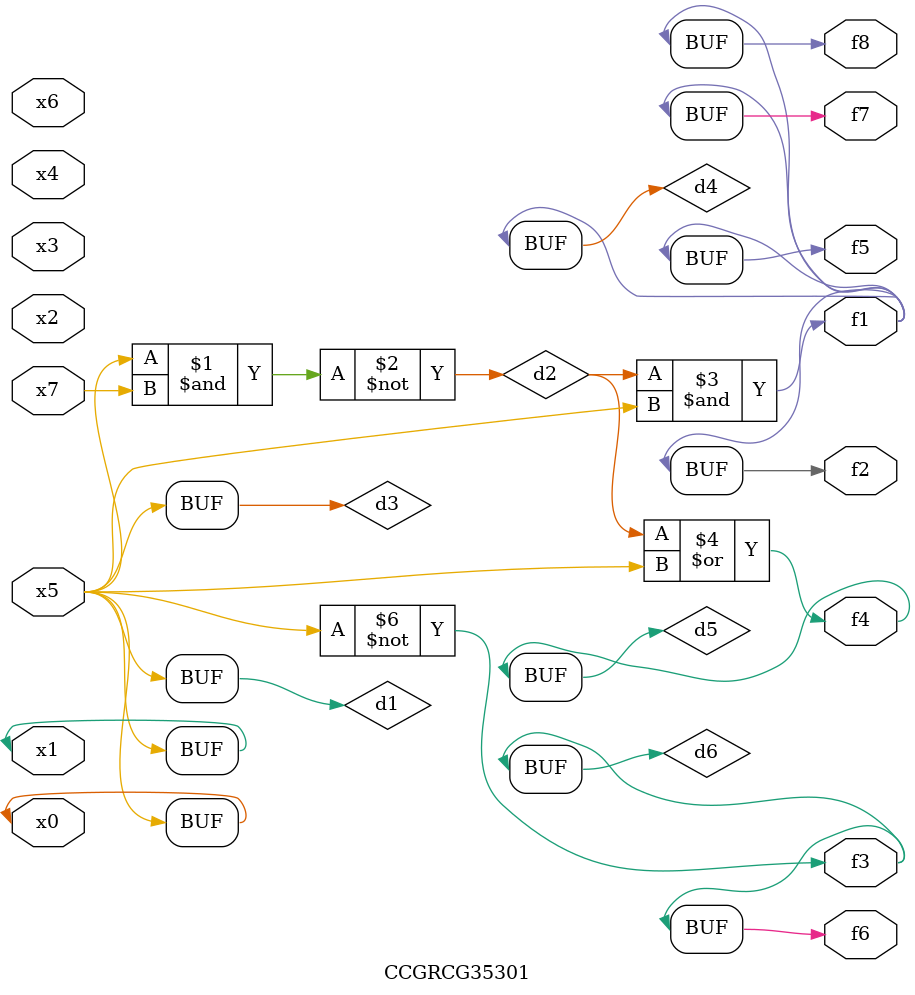
<source format=v>
module CCGRCG35301(
	input x0, x1, x2, x3, x4, x5, x6, x7,
	output f1, f2, f3, f4, f5, f6, f7, f8
);

	wire d1, d2, d3, d4, d5, d6;

	buf (d1, x0, x5);
	nand (d2, x5, x7);
	buf (d3, x0, x1);
	and (d4, d2, d3);
	or (d5, d2, d3);
	nor (d6, d1, d3);
	assign f1 = d4;
	assign f2 = d4;
	assign f3 = d6;
	assign f4 = d5;
	assign f5 = d4;
	assign f6 = d6;
	assign f7 = d4;
	assign f8 = d4;
endmodule

</source>
